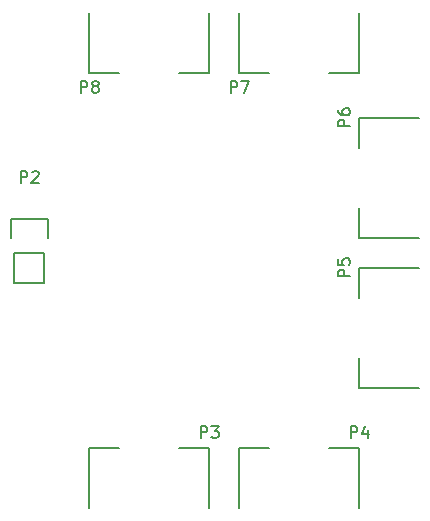
<source format=gbr>
G04 #@! TF.FileFunction,Legend,Top*
%FSLAX46Y46*%
G04 Gerber Fmt 4.6, Leading zero omitted, Abs format (unit mm)*
G04 Created by KiCad (PCBNEW 4.0.0-rc1-stable) date 10/17/2015 6:04:29 PM*
%MOMM*%
G01*
G04 APERTURE LIST*
%ADD10C,0.100000*%
%ADD11C,0.150000*%
G04 APERTURE END LIST*
D10*
D11*
X134620000Y-130810000D02*
X134620000Y-133350000D01*
X134900000Y-127990000D02*
X134900000Y-129540000D01*
X134620000Y-130810000D02*
X132080000Y-130810000D01*
X131800000Y-129540000D02*
X131800000Y-127990000D01*
X131800000Y-127990000D02*
X134900000Y-127990000D01*
X132080000Y-130810000D02*
X132080000Y-133350000D01*
X132080000Y-133350000D02*
X134620000Y-133350000D01*
X138430000Y-152400000D02*
X138430000Y-147320000D01*
X138430000Y-147320000D02*
X140970000Y-147320000D01*
X148590000Y-152400000D02*
X148590000Y-147320000D01*
X148590000Y-147320000D02*
X146050000Y-147320000D01*
X151130000Y-152400000D02*
X151130000Y-147320000D01*
X151130000Y-147320000D02*
X153670000Y-147320000D01*
X161290000Y-152400000D02*
X161290000Y-147320000D01*
X161290000Y-147320000D02*
X158750000Y-147320000D01*
X166370000Y-142240000D02*
X161290000Y-142240000D01*
X161290000Y-142240000D02*
X161290000Y-139700000D01*
X166370000Y-132080000D02*
X161290000Y-132080000D01*
X161290000Y-132080000D02*
X161290000Y-134620000D01*
X166370000Y-129540000D02*
X161290000Y-129540000D01*
X161290000Y-129540000D02*
X161290000Y-127000000D01*
X166370000Y-119380000D02*
X161290000Y-119380000D01*
X161290000Y-119380000D02*
X161290000Y-121920000D01*
X161290000Y-110490000D02*
X161290000Y-115570000D01*
X161290000Y-115570000D02*
X158750000Y-115570000D01*
X151130000Y-110490000D02*
X151130000Y-115570000D01*
X151130000Y-115570000D02*
X153670000Y-115570000D01*
X148590000Y-110490000D02*
X148590000Y-115570000D01*
X148590000Y-115570000D02*
X146050000Y-115570000D01*
X138430000Y-110490000D02*
X138430000Y-115570000D01*
X138430000Y-115570000D02*
X140970000Y-115570000D01*
X132611905Y-124892381D02*
X132611905Y-123892381D01*
X132992858Y-123892381D01*
X133088096Y-123940000D01*
X133135715Y-123987619D01*
X133183334Y-124082857D01*
X133183334Y-124225714D01*
X133135715Y-124320952D01*
X133088096Y-124368571D01*
X132992858Y-124416190D01*
X132611905Y-124416190D01*
X133564286Y-123987619D02*
X133611905Y-123940000D01*
X133707143Y-123892381D01*
X133945239Y-123892381D01*
X134040477Y-123940000D01*
X134088096Y-123987619D01*
X134135715Y-124082857D01*
X134135715Y-124178095D01*
X134088096Y-124320952D01*
X133516667Y-124892381D01*
X134135715Y-124892381D01*
X147851905Y-146502381D02*
X147851905Y-145502381D01*
X148232858Y-145502381D01*
X148328096Y-145550000D01*
X148375715Y-145597619D01*
X148423334Y-145692857D01*
X148423334Y-145835714D01*
X148375715Y-145930952D01*
X148328096Y-145978571D01*
X148232858Y-146026190D01*
X147851905Y-146026190D01*
X148756667Y-145502381D02*
X149375715Y-145502381D01*
X149042381Y-145883333D01*
X149185239Y-145883333D01*
X149280477Y-145930952D01*
X149328096Y-145978571D01*
X149375715Y-146073810D01*
X149375715Y-146311905D01*
X149328096Y-146407143D01*
X149280477Y-146454762D01*
X149185239Y-146502381D01*
X148899524Y-146502381D01*
X148804286Y-146454762D01*
X148756667Y-146407143D01*
X160551905Y-146502381D02*
X160551905Y-145502381D01*
X160932858Y-145502381D01*
X161028096Y-145550000D01*
X161075715Y-145597619D01*
X161123334Y-145692857D01*
X161123334Y-145835714D01*
X161075715Y-145930952D01*
X161028096Y-145978571D01*
X160932858Y-146026190D01*
X160551905Y-146026190D01*
X161980477Y-145835714D02*
X161980477Y-146502381D01*
X161742381Y-145454762D02*
X161504286Y-146169048D01*
X162123334Y-146169048D01*
X160472381Y-132818095D02*
X159472381Y-132818095D01*
X159472381Y-132437142D01*
X159520000Y-132341904D01*
X159567619Y-132294285D01*
X159662857Y-132246666D01*
X159805714Y-132246666D01*
X159900952Y-132294285D01*
X159948571Y-132341904D01*
X159996190Y-132437142D01*
X159996190Y-132818095D01*
X159472381Y-131341904D02*
X159472381Y-131818095D01*
X159948571Y-131865714D01*
X159900952Y-131818095D01*
X159853333Y-131722857D01*
X159853333Y-131484761D01*
X159900952Y-131389523D01*
X159948571Y-131341904D01*
X160043810Y-131294285D01*
X160281905Y-131294285D01*
X160377143Y-131341904D01*
X160424762Y-131389523D01*
X160472381Y-131484761D01*
X160472381Y-131722857D01*
X160424762Y-131818095D01*
X160377143Y-131865714D01*
X160472381Y-120118095D02*
X159472381Y-120118095D01*
X159472381Y-119737142D01*
X159520000Y-119641904D01*
X159567619Y-119594285D01*
X159662857Y-119546666D01*
X159805714Y-119546666D01*
X159900952Y-119594285D01*
X159948571Y-119641904D01*
X159996190Y-119737142D01*
X159996190Y-120118095D01*
X159472381Y-118689523D02*
X159472381Y-118880000D01*
X159520000Y-118975238D01*
X159567619Y-119022857D01*
X159710476Y-119118095D01*
X159900952Y-119165714D01*
X160281905Y-119165714D01*
X160377143Y-119118095D01*
X160424762Y-119070476D01*
X160472381Y-118975238D01*
X160472381Y-118784761D01*
X160424762Y-118689523D01*
X160377143Y-118641904D01*
X160281905Y-118594285D01*
X160043810Y-118594285D01*
X159948571Y-118641904D01*
X159900952Y-118689523D01*
X159853333Y-118784761D01*
X159853333Y-118975238D01*
X159900952Y-119070476D01*
X159948571Y-119118095D01*
X160043810Y-119165714D01*
X150391905Y-117292381D02*
X150391905Y-116292381D01*
X150772858Y-116292381D01*
X150868096Y-116340000D01*
X150915715Y-116387619D01*
X150963334Y-116482857D01*
X150963334Y-116625714D01*
X150915715Y-116720952D01*
X150868096Y-116768571D01*
X150772858Y-116816190D01*
X150391905Y-116816190D01*
X151296667Y-116292381D02*
X151963334Y-116292381D01*
X151534762Y-117292381D01*
X137691905Y-117292381D02*
X137691905Y-116292381D01*
X138072858Y-116292381D01*
X138168096Y-116340000D01*
X138215715Y-116387619D01*
X138263334Y-116482857D01*
X138263334Y-116625714D01*
X138215715Y-116720952D01*
X138168096Y-116768571D01*
X138072858Y-116816190D01*
X137691905Y-116816190D01*
X138834762Y-116720952D02*
X138739524Y-116673333D01*
X138691905Y-116625714D01*
X138644286Y-116530476D01*
X138644286Y-116482857D01*
X138691905Y-116387619D01*
X138739524Y-116340000D01*
X138834762Y-116292381D01*
X139025239Y-116292381D01*
X139120477Y-116340000D01*
X139168096Y-116387619D01*
X139215715Y-116482857D01*
X139215715Y-116530476D01*
X139168096Y-116625714D01*
X139120477Y-116673333D01*
X139025239Y-116720952D01*
X138834762Y-116720952D01*
X138739524Y-116768571D01*
X138691905Y-116816190D01*
X138644286Y-116911429D01*
X138644286Y-117101905D01*
X138691905Y-117197143D01*
X138739524Y-117244762D01*
X138834762Y-117292381D01*
X139025239Y-117292381D01*
X139120477Y-117244762D01*
X139168096Y-117197143D01*
X139215715Y-117101905D01*
X139215715Y-116911429D01*
X139168096Y-116816190D01*
X139120477Y-116768571D01*
X139025239Y-116720952D01*
M02*

</source>
